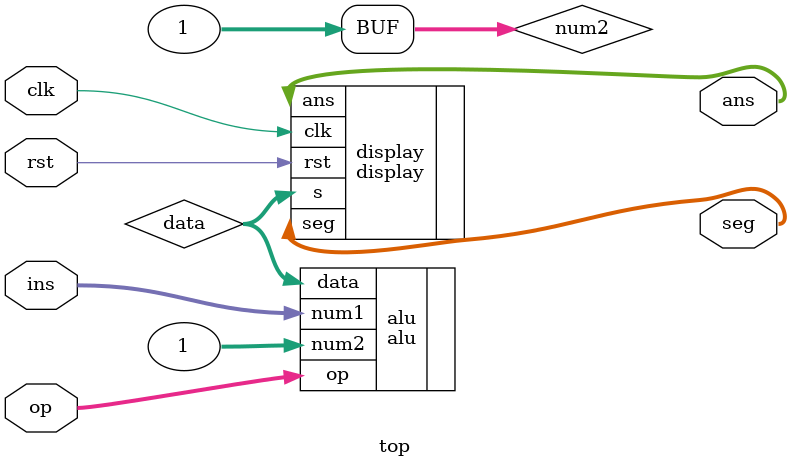
<source format=v>
`timescale 1ns / 1ps

module top(
    input clk,
    input rst,
    input [2:0] op,
    input [7:0] ins,
    output [7:0] ans,
    output [6:0] seg
    );
//    module alu(
//	input [31:0] num1,
//	input [31:0] num2,
//	input [2:0] op,
//	output reg [31:0] data
//	);
	
//	input wire clk,
//    input wire rst,
//    input wire [31:0]s,
//    output wire [6:0]seg,
//    output reg [7:0]ans
    wire [31:0] data;
    wire [31:0] num2 = 32'h01;
    alu alu(.num1(ins), .num2(num2), .op(op),.data(data));
    display display(.clk(clk),.rst(rst),.s(data),.ans(ans),.seg(seg));
endmodule

</source>
